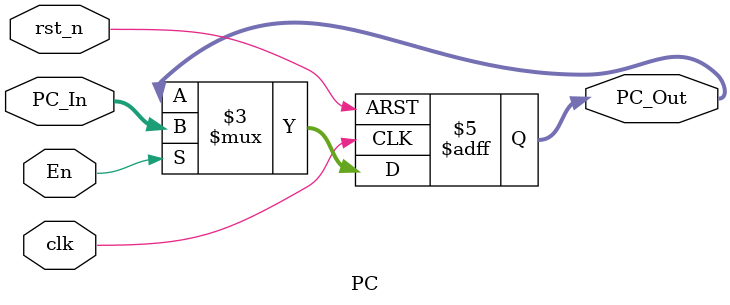
<source format=v>
`timescale 1ps/1fs

module PC #(parameter DATA_WIDTH = 32)(
	input	wire						clk,
	input	wire						rst_n,
	input	wire                        En,     // Added for Load Hazard
	input	wire	[DATA_WIDTH-1:0]	PC_In,
	output	reg		[DATA_WIDTH-1:0]	PC_Out
	);

always@(posedge clk or negedge rst_n)
 begin
  //#10; // Simple Logic Delay
  if(!rst_n)
   PC_Out <= 'b0;
  else if (En)        // Modified for Hazard
   PC_Out <= PC_In;
 end


endmodule
</source>
